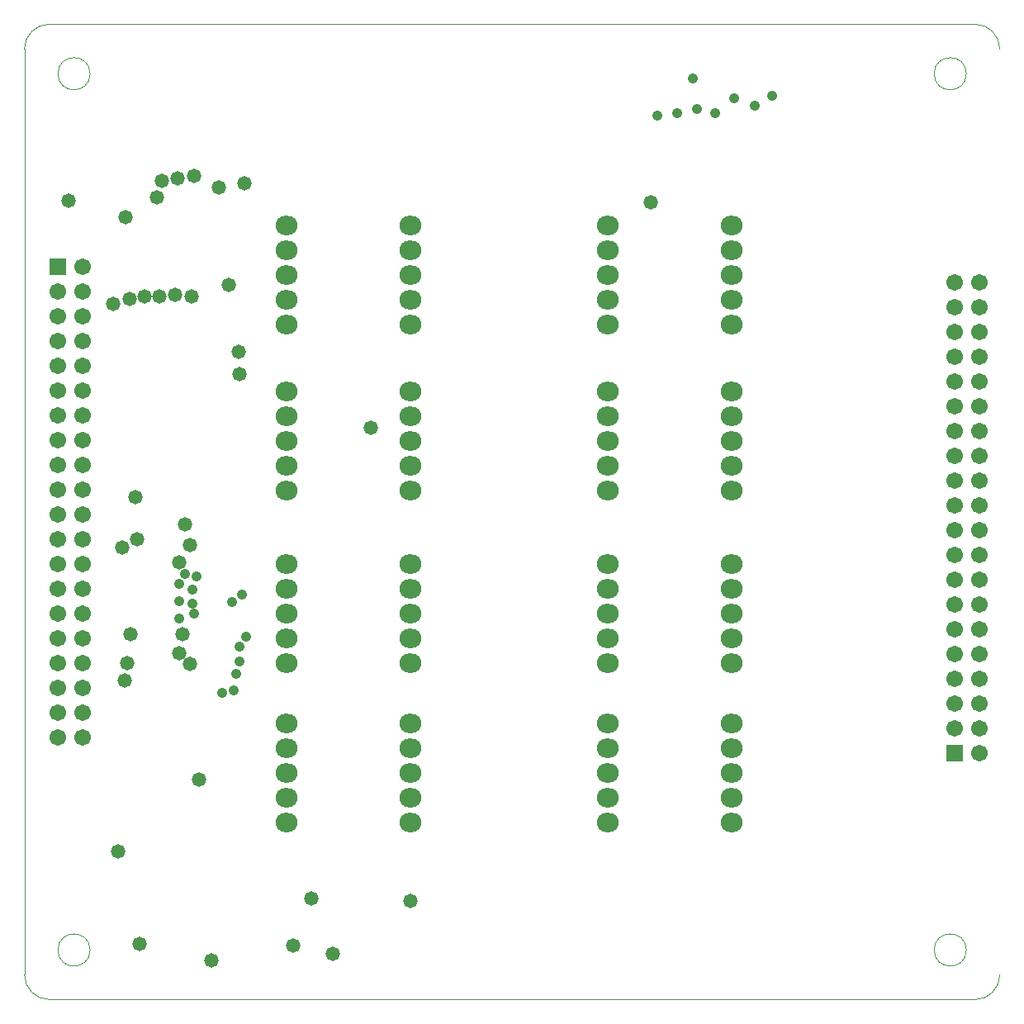
<source format=gbs>
G04 Layer_Color=16711935*
%FSLAX25Y25*%
%MOIN*%
G70*
G01*
G75*
%ADD19C,0.00050*%
%ADD30C,0.06706*%
%ADD31R,0.06706X0.06706*%
%ADD32O,0.08800X0.07800*%
%ADD33C,0.04200*%
%ADD34C,0.05800*%
D19*
X696850Y686850D02*
G03*
X686850Y696850I-10000J0D01*
G01*
Y303150D02*
G03*
X696850Y313150I0J10000D01*
G01*
X303150D02*
G03*
X313150Y303150I10000J0D01*
G01*
Y696850D02*
G03*
X303150Y686850I0J-10000D01*
G01*
X329646Y676850D02*
G03*
X329646Y676850I-6496J0D01*
G01*
X683347Y323150D02*
G03*
X683347Y323150I-6496J0D01*
G01*
X329646D02*
G03*
X329646Y323150I-6496J0D01*
G01*
X683347Y676850D02*
G03*
X683347Y676850I-6496J0D01*
G01*
X313150Y303150D02*
X686850D01*
X303150Y313150D02*
Y686850D01*
X313150Y696850D02*
X686850D01*
D30*
X688500Y592500D02*
D03*
X678500D02*
D03*
X688500Y582500D02*
D03*
X678500D02*
D03*
X688500Y572500D02*
D03*
X678500D02*
D03*
X688500Y562500D02*
D03*
X678500D02*
D03*
X688500Y552500D02*
D03*
X678500D02*
D03*
X688500Y542500D02*
D03*
X678500D02*
D03*
X688500Y532500D02*
D03*
X678500D02*
D03*
X688500Y522500D02*
D03*
X678500D02*
D03*
X688500Y512500D02*
D03*
X678500D02*
D03*
X688500Y502500D02*
D03*
X678500D02*
D03*
X688500Y492500D02*
D03*
X678500D02*
D03*
X688500Y482500D02*
D03*
X678500D02*
D03*
X688500Y472500D02*
D03*
X678500D02*
D03*
X688500Y462500D02*
D03*
X678500D02*
D03*
X688500Y452500D02*
D03*
X678500D02*
D03*
X688500Y442500D02*
D03*
X678500D02*
D03*
X688500Y432500D02*
D03*
X678500D02*
D03*
X688500Y422500D02*
D03*
X678500D02*
D03*
X688500Y412500D02*
D03*
X678500D02*
D03*
X688500Y402500D02*
D03*
X326500Y409000D02*
D03*
X316500D02*
D03*
X326500Y419000D02*
D03*
X316500D02*
D03*
X326500Y429000D02*
D03*
X316500D02*
D03*
X326500Y439000D02*
D03*
X316500D02*
D03*
X326500Y449000D02*
D03*
X316500D02*
D03*
X326500Y459000D02*
D03*
X316500D02*
D03*
X326500Y469000D02*
D03*
X316500D02*
D03*
X326500Y479000D02*
D03*
X316500D02*
D03*
X326500Y489000D02*
D03*
X316500D02*
D03*
X326500Y499000D02*
D03*
X316500D02*
D03*
X326500Y509000D02*
D03*
X316500D02*
D03*
X326500Y519000D02*
D03*
X316500D02*
D03*
X326500Y529000D02*
D03*
X316500D02*
D03*
X326500Y539000D02*
D03*
X316500D02*
D03*
X326500Y549000D02*
D03*
X316500D02*
D03*
X326500Y559000D02*
D03*
X316500D02*
D03*
X326500Y569000D02*
D03*
X316500D02*
D03*
X326500Y579000D02*
D03*
X316500D02*
D03*
X326500Y589000D02*
D03*
X316500D02*
D03*
X326500Y599000D02*
D03*
D31*
X678500Y402500D02*
D03*
X316500Y599000D02*
D03*
D32*
X588500Y414500D02*
D03*
Y404500D02*
D03*
Y394500D02*
D03*
Y384500D02*
D03*
Y374500D02*
D03*
X538500D02*
D03*
Y384500D02*
D03*
Y394500D02*
D03*
Y404500D02*
D03*
Y414500D02*
D03*
X459000Y615500D02*
D03*
Y605500D02*
D03*
Y595500D02*
D03*
Y585500D02*
D03*
Y575500D02*
D03*
X409000D02*
D03*
Y585500D02*
D03*
Y595500D02*
D03*
Y605500D02*
D03*
Y615500D02*
D03*
X459000Y548500D02*
D03*
Y538500D02*
D03*
Y528500D02*
D03*
Y518500D02*
D03*
Y508500D02*
D03*
X409000D02*
D03*
Y518500D02*
D03*
Y528500D02*
D03*
Y538500D02*
D03*
Y548500D02*
D03*
X459000Y479000D02*
D03*
Y469000D02*
D03*
Y459000D02*
D03*
Y449000D02*
D03*
Y439000D02*
D03*
X409000D02*
D03*
Y449000D02*
D03*
Y459000D02*
D03*
Y469000D02*
D03*
Y479000D02*
D03*
X459000Y414500D02*
D03*
Y404500D02*
D03*
Y394500D02*
D03*
Y384500D02*
D03*
Y374500D02*
D03*
X409000D02*
D03*
Y384500D02*
D03*
Y394500D02*
D03*
Y404500D02*
D03*
Y414500D02*
D03*
X588500Y615500D02*
D03*
Y605500D02*
D03*
Y595500D02*
D03*
Y585500D02*
D03*
Y575500D02*
D03*
X538500D02*
D03*
Y585500D02*
D03*
Y595500D02*
D03*
Y605500D02*
D03*
Y615500D02*
D03*
X588500Y548500D02*
D03*
Y538500D02*
D03*
Y528500D02*
D03*
Y518500D02*
D03*
Y508500D02*
D03*
X538500D02*
D03*
Y518500D02*
D03*
Y528500D02*
D03*
Y538500D02*
D03*
Y548500D02*
D03*
X588500Y479000D02*
D03*
Y469000D02*
D03*
Y459000D02*
D03*
Y449000D02*
D03*
Y439000D02*
D03*
X538500D02*
D03*
Y449000D02*
D03*
Y459000D02*
D03*
Y469000D02*
D03*
Y479000D02*
D03*
D33*
X558500Y660000D02*
D03*
X566500Y661000D02*
D03*
X574500Y662500D02*
D03*
X582000Y661000D02*
D03*
X598000Y664000D02*
D03*
X573000Y675000D02*
D03*
X589500Y667000D02*
D03*
X605000Y668000D02*
D03*
X391000Y466500D02*
D03*
X368000Y475000D02*
D03*
X387000Y463500D02*
D03*
X372500Y474000D02*
D03*
X365500Y471000D02*
D03*
X392500Y449500D02*
D03*
X371000Y468500D02*
D03*
X390000Y445500D02*
D03*
Y439500D02*
D03*
X365500Y464000D02*
D03*
X388500Y434500D02*
D03*
X371000Y463000D02*
D03*
X371500Y459000D02*
D03*
X387500Y428000D02*
D03*
X383000Y427000D02*
D03*
X365500Y457000D02*
D03*
D34*
X443000Y534000D02*
D03*
X370000Y438500D02*
D03*
X367000Y450500D02*
D03*
X365500Y443000D02*
D03*
X346000Y450500D02*
D03*
X342500Y485500D02*
D03*
X365500Y479500D02*
D03*
X556000Y625000D02*
D03*
X321000Y625677D02*
D03*
X343500Y432000D02*
D03*
X344500Y439000D02*
D03*
X370000Y486500D02*
D03*
X368000Y495000D02*
D03*
X339000Y584000D02*
D03*
X356500Y627000D02*
D03*
X345500Y586000D02*
D03*
X358500Y633500D02*
D03*
X351500Y587000D02*
D03*
X365000Y634500D02*
D03*
X357500Y587000D02*
D03*
X371500Y635500D02*
D03*
X364000Y587500D02*
D03*
X392000Y632500D02*
D03*
X370500Y587000D02*
D03*
X381500Y631000D02*
D03*
X348000Y506000D02*
D03*
X348500Y489000D02*
D03*
X459000Y343000D02*
D03*
X378500Y319000D02*
D03*
X427500Y321500D02*
D03*
X349500Y325500D02*
D03*
X419000Y344000D02*
D03*
X411500Y325000D02*
D03*
X341000Y363000D02*
D03*
X373500Y392000D02*
D03*
X390000Y555500D02*
D03*
X389500Y564500D02*
D03*
X385500Y591500D02*
D03*
X344000Y619000D02*
D03*
M02*

</source>
